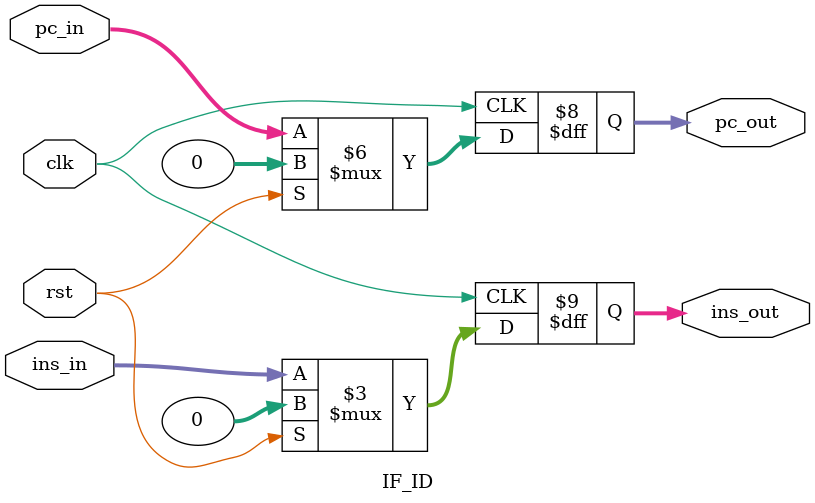
<source format=v>
module IF_ID(clk, rst, pc_in, ins_in, pc_out, ins_out);

input clk, rst ;
input [31:0] pc_in, ins_in ;
output reg [31:0] pc_out, ins_out ;

always @(posedge clk) begin 
  if (rst) begin 
    pc_out <= 32'b0 ;
	ins_out <= 32'b0 ;
  end 
  else begin 
	pc_out <= pc_in ;
	ins_out <= ins_in ;
  end 
end 

endmodule 
</source>
